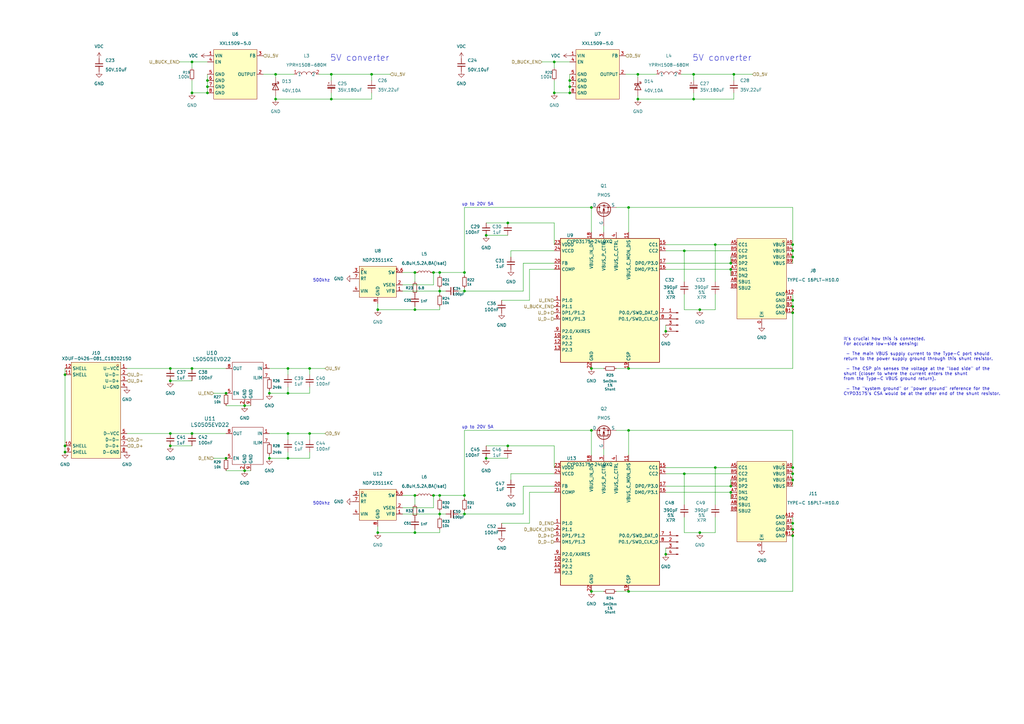
<source format=kicad_sch>
(kicad_sch (version 20250114) (generator "eeschema") (generator_version "9.0")
  (paper "A3")
  (text "up to 20V 5A" (at 202.438 175.26 0) (effects (font (size 1.27 1.27)) (justify right)))
  (text "5V converter" (at 296.164 23.876 0) (effects (font (size 2.54 2.54))))
  (text "up to 20V 5A" (at 202.438 83.82 0) (effects (font (size 1.27 1.27)) (justify right)))
  (text "500khz" (at 131.826 206.502 0) (effects (font (size 1.27 1.27))))
  (text "500khz" (at 131.826 115.062 0) (effects (font (size 1.27 1.27))))
  (text "5V converter" (at 147.574 23.876 0) (effects (font (size 2.54 2.54))))
  (text "It's crucial how this is connected.\nFor accurate low-side sensing:\n\n - The main VBUS supply current to the Type-C port should\nreturn to the power supply ground through this shunt resistor.\n\n - The CSP pin senses the voltage at the \"load side\" of the\nshunt (closer to where the current enters the shunt\nfrom the Type-C VBUS ground return).\n\n - The \"system ground\" or \"power ground\" reference for the\nCYPD3175's CSA would be at the other end of the shunt resistor." (at 345.948 150.368 0) (effects (font (size 1.27 1.27)) (justify left)))
  (junction (at 284.48 40.64))
  (junction (at 299.72 110.49))
  (junction (at 190.5 119.38))
  (junction (at 180.34 203.2))
  (junction (at 110.49 187.96))
  (junction (at 287.02 127))
  (junction (at 78.74 177.8))
  (junction (at 257.81 242.57))
  (junction (at 100.33 166.37))
  (junction (at 92.71 161.29))
  (junction (at 261.62 40.64))
  (junction (at 199.39 187.96))
  (junction (at 154.94 127))
  (junction (at 325.12 125.73))
  (junction (at 85.09 35.56))
  (junction (at 325.12 217.17))
  (junction (at 69.85 151.13))
  (junction (at 78.74 151.13))
  (junction (at 325.12 214.63))
  (junction (at 257.81 176.53))
  (junction (at 257.81 151.13))
  (junction (at 287.02 218.44))
  (junction (at 280.67 194.31))
  (junction (at 127 177.8))
  (junction (at 190.5 203.2))
  (junction (at 177.8 203.2))
  (junction (at 242.57 85.09))
  (junction (at 293.37 191.77))
  (junction (at 180.34 119.38))
  (junction (at 135.89 30.48))
  (junction (at 154.94 218.44))
  (junction (at 170.18 218.44))
  (junction (at 208.28 91.44))
  (junction (at 26.67 185.42))
  (junction (at 69.85 182.88))
  (junction (at 293.37 100.33))
  (junction (at 113.03 40.64))
  (junction (at 69.85 177.8))
  (junction (at 242.57 242.57))
  (junction (at 26.67 153.67))
  (junction (at 242.57 176.53))
  (junction (at 85.09 33.02))
  (junction (at 180.34 111.76))
  (junction (at 190.5 111.76))
  (junction (at 135.89 40.64))
  (junction (at 85.09 38.1))
  (junction (at 152.4 30.48))
  (junction (at 299.72 201.93))
  (junction (at 170.18 111.76))
  (junction (at 273.05 227.33))
  (junction (at 118.11 187.96))
  (junction (at 325.12 102.87))
  (junction (at 325.12 100.33))
  (junction (at 26.67 182.88))
  (junction (at 257.81 85.09))
  (junction (at 325.12 194.31))
  (junction (at 199.39 96.52))
  (junction (at 280.67 102.87))
  (junction (at 208.28 182.88))
  (junction (at 233.68 38.1))
  (junction (at 227.33 25.4))
  (junction (at 170.18 203.2))
  (junction (at 242.57 151.13))
  (junction (at 233.68 35.56))
  (junction (at 299.72 199.39))
  (junction (at 78.74 38.1))
  (junction (at 177.8 111.76))
  (junction (at 118.11 177.8))
  (junction (at 325.12 105.41))
  (junction (at 233.68 33.02))
  (junction (at 100.33 193.04))
  (junction (at 325.12 219.71))
  (junction (at 273.05 135.89))
  (junction (at 118.11 151.13))
  (junction (at 78.74 25.4))
  (junction (at 110.49 161.29))
  (junction (at 325.12 128.27))
  (junction (at 300.99 30.48))
  (junction (at 190.5 210.82))
  (junction (at 69.85 156.21))
  (junction (at 299.72 107.95))
  (junction (at 118.11 161.29))
  (junction (at 261.62 30.48))
  (junction (at 325.12 123.19))
  (junction (at 227.33 38.1))
  (junction (at 92.71 187.96))
  (junction (at 113.03 30.48))
  (junction (at 284.48 30.48))
  (junction (at 180.34 210.82))
  (junction (at 325.12 191.77))
  (junction (at 127 151.13))
  (junction (at 170.18 127))
  (junction (at 325.12 196.85))
  (wire (pts (xy 170.18 127) (xy 180.34 127)))
  (wire (pts (xy 273.05 110.49) (xy 299.72 110.49)))
  (wire (pts (xy 261.62 40.64) (xy 284.48 40.64)))
  (wire (pts (xy 52.07 177.8) (xy 69.85 177.8)))
  (wire (pts (xy 227.33 25.4) (xy 227.33 27.94)))
  (wire (pts (xy 135.89 40.64) (xy 135.89 38.1)))
  (wire (pts (xy 78.74 177.8) (xy 92.71 177.8)))
  (wire (pts (xy 300.99 30.48) (xy 308.61 30.48)))
  (wire (pts (xy 170.18 203.2) (xy 170.18 207.01)))
  (wire (pts (xy 242.57 176.53) (xy 242.57 186.69)))
  (wire (pts (xy 325.12 151.13) (xy 325.12 128.27)))
  (wire (pts (xy 284.48 40.64) (xy 284.48 38.1)))
  (wire (pts (xy 177.8 116.84) (xy 177.8 111.76)))
  (wire (pts (xy 252.73 176.53) (xy 257.81 176.53)))
  (wire (pts (xy 325.12 120.65) (xy 325.12 123.19)))
  (wire (pts (xy 242.57 151.13) (xy 247.65 151.13)))
  (wire (pts (xy 261.62 30.48) (xy 269.24 30.48)))
  (wire (pts (xy 133.35 151.13) (xy 127 151.13)))
  (wire (pts (xy 100.33 166.37) (xy 102.87 166.37)))
  (wire (pts (xy 177.8 208.28) (xy 177.8 203.2)))
  (wire (pts (xy 257.81 176.53) (xy 325.12 176.53)))
  (wire (pts (xy 190.5 119.38) (xy 187.96 119.38)))
  (wire (pts (xy 217.17 110.49) (xy 217.17 123.19)))
  (wire (pts (xy 227.33 38.1) (xy 227.33 33.02)))
  (wire (pts (xy 325.12 85.09) (xy 325.12 100.33)))
  (wire (pts (xy 69.85 151.13) (xy 78.74 151.13)))
  (wire (pts (xy 325.12 212.09) (xy 325.12 214.63)))
  (wire (pts (xy 299.72 201.93) (xy 299.72 204.47)))
  (wire (pts (xy 217.17 123.19) (xy 205.74 123.19)))
  (wire (pts (xy 87.63 161.29) (xy 92.71 161.29)))
  (wire (pts (xy 300.99 30.48) (xy 300.99 33.02)))
  (wire (pts (xy 133.35 177.8) (xy 127 177.8)))
  (wire (pts (xy 299.72 110.49) (xy 299.72 113.03)))
  (wire (pts (xy 273.05 107.95) (xy 299.72 107.95)))
  (wire (pts (xy 217.17 214.63) (xy 205.74 214.63)))
  (wire (pts (xy 154.94 124.46) (xy 154.94 127)))
  (wire (pts (xy 299.72 199.39) (xy 299.72 196.85)))
  (wire (pts (xy 190.5 119.38) (xy 214.63 119.38)))
  (wire (pts (xy 118.11 161.29) (xy 127 161.29)))
  (wire (pts (xy 300.99 40.64) (xy 300.99 38.1)))
  (wire (pts (xy 284.48 40.64) (xy 300.99 40.64)))
  (wire (pts (xy 152.4 30.48) (xy 152.4 33.02)))
  (wire (pts (xy 154.94 215.9) (xy 154.94 218.44)))
  (wire (pts (xy 78.74 38.1) (xy 85.09 38.1)))
  (wire (pts (xy 257.81 151.13) (xy 325.12 151.13)))
  (wire (pts (xy 127 158.75) (xy 127 161.29)))
  (wire (pts (xy 325.12 105.41) (xy 325.12 107.95)))
  (wire (pts (xy 154.94 218.44) (xy 170.18 218.44)))
  (wire (pts (xy 69.85 177.8) (xy 78.74 177.8)))
  (wire (pts (xy 227.33 91.44) (xy 227.33 100.33)))
  (wire (pts (xy 208.28 91.44) (xy 227.33 91.44)))
  (wire (pts (xy 199.39 96.52) (xy 208.28 96.52)))
  (wire (pts (xy 293.37 212.09) (xy 293.37 218.44)))
  (wire (pts (xy 130.81 30.48) (xy 135.89 30.48)))
  (wire (pts (xy 118.11 151.13) (xy 110.49 151.13)))
  (wire (pts (xy 190.5 209.55) (xy 190.5 210.82)))
  (wire (pts (xy 180.34 111.76) (xy 190.5 111.76)))
  (wire (pts (xy 113.03 30.48) (xy 120.65 30.48)))
  (wire (pts (xy 110.49 161.29) (xy 118.11 161.29)))
  (wire (pts (xy 190.5 113.03) (xy 190.5 111.76)))
  (wire (pts (xy 154.94 127) (xy 170.18 127)))
  (wire (pts (xy 208.28 182.88) (xy 227.33 182.88)))
  (wire (pts (xy 118.11 185.42) (xy 118.11 187.96)))
  (wire (pts (xy 280.67 194.31) (xy 280.67 207.01)))
  (wire (pts (xy 325.12 242.57) (xy 325.12 219.71)))
  (wire (pts (xy 222.25 25.4) (xy 227.33 25.4)))
  (wire (pts (xy 110.49 161.29) (xy 110.49 160.02)))
  (wire (pts (xy 190.5 85.09) (xy 242.57 85.09)))
  (wire (pts (xy 247.65 184.15) (xy 247.65 186.69)))
  (wire (pts (xy 190.5 118.11) (xy 190.5 119.38)))
  (wire (pts (xy 280.67 102.87) (xy 299.72 102.87)))
  (wire (pts (xy 100.33 193.04) (xy 102.87 193.04)))
  (wire (pts (xy 325.12 194.31) (xy 325.12 196.85)))
  (wire (pts (xy 180.34 127) (xy 180.34 125.73)))
  (wire (pts (xy 190.5 176.53) (xy 242.57 176.53)))
  (wire (pts (xy 135.89 30.48) (xy 152.4 30.48)))
  (wire (pts (xy 257.81 176.53) (xy 257.81 186.69)))
  (wire (pts (xy 252.73 242.57) (xy 257.81 242.57)))
  (wire (pts (xy 256.54 30.48) (xy 261.62 30.48)))
  (wire (pts (xy 87.63 187.96) (xy 92.71 187.96)))
  (wire (pts (xy 325.12 125.73) (xy 325.12 128.27)))
  (wire (pts (xy 69.85 156.21) (xy 78.74 156.21)))
  (wire (pts (xy 209.55 102.87) (xy 209.55 105.41)))
  (wire (pts (xy 261.62 40.64) (xy 261.62 39.37)))
  (wire (pts (xy 190.5 210.82) (xy 214.63 210.82)))
  (wire (pts (xy 233.68 35.56) (xy 233.68 33.02)))
  (wire (pts (xy 127 153.67) (xy 127 151.13)))
  (wire (pts (xy 325.12 217.17) (xy 325.12 219.71)))
  (wire (pts (xy 180.34 210.82) (xy 182.88 210.82)))
  (wire (pts (xy 273.05 194.31) (xy 280.67 194.31)))
  (wire (pts (xy 85.09 35.56) (xy 85.09 33.02)))
  (wire (pts (xy 26.67 182.88) (xy 26.67 185.42)))
  (wire (pts (xy 180.34 203.2) (xy 190.5 203.2)))
  (wire (pts (xy 214.63 210.82) (xy 214.63 199.39)))
  (wire (pts (xy 293.37 120.65) (xy 293.37 127)))
  (wire (pts (xy 279.4 30.48) (xy 284.48 30.48)))
  (wire (pts (xy 325.12 196.85) (xy 325.12 199.39)))
  (wire (pts (xy 252.73 151.13) (xy 257.81 151.13)))
  (wire (pts (xy 180.34 119.38) (xy 180.34 120.65)))
  (wire (pts (xy 227.33 182.88) (xy 227.33 191.77)))
  (wire (pts (xy 257.81 85.09) (xy 257.81 95.25)))
  (wire (pts (xy 280.67 212.09) (xy 280.67 218.44)))
  (wire (pts (xy 209.55 194.31) (xy 209.55 196.85)))
  (wire (pts (xy 26.67 153.67) (xy 26.67 182.88)))
  (wire (pts (xy 233.68 38.1) (xy 233.68 35.56)))
  (wire (pts (xy 273.05 199.39) (xy 299.72 199.39)))
  (wire (pts (xy 127 151.13) (xy 118.11 151.13)))
  (wire (pts (xy 170.18 218.44) (xy 170.18 217.17)))
  (wire (pts (xy 325.12 123.19) (xy 325.12 125.73)))
  (wire (pts (xy 199.39 182.88) (xy 208.28 182.88)))
  (wire (pts (xy 325.12 191.77) (xy 325.12 194.31)))
  (wire (pts (xy 293.37 100.33) (xy 293.37 115.57)))
  (wire (pts (xy 52.07 151.13) (xy 69.85 151.13)))
  (wire (pts (xy 325.12 102.87) (xy 325.12 105.41)))
  (wire (pts (xy 325.12 176.53) (xy 325.12 191.77)))
  (wire (pts (xy 118.11 187.96) (xy 127 187.96)))
  (wire (pts (xy 26.67 151.13) (xy 26.67 153.67)))
  (wire (pts (xy 127 177.8) (xy 118.11 177.8)))
  (wire (pts (xy 293.37 191.77) (xy 299.72 191.77)))
  (wire (pts (xy 170.18 111.76) (xy 170.18 115.57)))
  (wire (pts (xy 227.33 38.1) (xy 233.68 38.1)))
  (wire (pts (xy 180.34 111.76) (xy 180.34 113.03)))
  (wire (pts (xy 273.05 102.87) (xy 280.67 102.87)))
  (wire (pts (xy 118.11 180.34) (xy 118.11 177.8)))
  (wire (pts (xy 209.55 102.87) (xy 227.33 102.87)))
  (wire (pts (xy 214.63 119.38) (xy 214.63 107.95)))
  (wire (pts (xy 110.49 187.96) (xy 110.49 186.69)))
  (wire (pts (xy 190.5 203.2) (xy 190.5 176.53)))
  (wire (pts (xy 152.4 30.48) (xy 160.02 30.48)))
  (wire (pts (xy 233.68 30.48) (xy 233.68 33.02)))
  (wire (pts (xy 127 180.34) (xy 127 177.8)))
  (wire (pts (xy 284.48 30.48) (xy 300.99 30.48)))
  (wire (pts (xy 293.37 218.44) (xy 287.02 218.44)))
  (wire (pts (xy 180.34 118.11) (xy 180.34 119.38)))
  (wire (pts (xy 127 185.42) (xy 127 187.96)))
  (wire (pts (xy 180.34 218.44) (xy 180.34 217.17)))
  (wire (pts (xy 78.74 25.4) (xy 78.74 27.94)))
  (wire (pts (xy 273.05 201.93) (xy 299.72 201.93)))
  (wire (pts (xy 280.67 120.65) (xy 280.67 127)))
  (wire (pts (xy 170.18 127) (xy 170.18 125.73)))
  (wire (pts (xy 299.72 107.95) (xy 299.72 105.41)))
  (wire (pts (xy 165.1 210.82) (xy 180.34 210.82)))
  (wire (pts (xy 247.65 92.71) (xy 247.65 95.25)))
  (wire (pts (xy 113.03 31.75) (xy 113.03 30.48)))
  (wire (pts (xy 214.63 199.39) (xy 227.33 199.39)))
  (wire (pts (xy 252.73 85.09) (xy 257.81 85.09)))
  (wire (pts (xy 293.37 191.77) (xy 293.37 207.01)))
  (wire (pts (xy 190.5 111.76) (xy 190.5 85.09)))
  (wire (pts (xy 325.12 214.63) (xy 325.12 217.17)))
  (wire (pts (xy 78.74 38.1) (xy 78.74 33.02)))
  (wire (pts (xy 92.71 166.37) (xy 100.33 166.37)))
  (wire (pts (xy 273.05 224.79) (xy 273.05 227.33)))
  (wire (pts (xy 325.12 100.33) (xy 325.12 102.87)))
  (wire (pts (xy 190.5 204.47) (xy 190.5 203.2)))
  (wire (pts (xy 261.62 31.75) (xy 261.62 30.48)))
  (wire (pts (xy 85.09 30.48) (xy 85.09 33.02)))
  (wire (pts (xy 92.71 193.04) (xy 100.33 193.04)))
  (wire (pts (xy 280.67 218.44) (xy 287.02 218.44)))
  (wire (pts (xy 177.8 203.2) (xy 180.34 203.2)))
  (wire (pts (xy 227.33 25.4) (xy 233.68 25.4)))
  (wire (pts (xy 280.67 102.87) (xy 280.67 115.57)))
  (wire (pts (xy 110.49 187.96) (xy 118.11 187.96)))
  (wire (pts (xy 118.11 158.75) (xy 118.11 161.29)))
  (wire (pts (xy 190.5 210.82) (xy 187.96 210.82)))
  (wire (pts (xy 217.17 201.93) (xy 217.17 214.63)))
  (wire (pts (xy 118.11 153.67) (xy 118.11 151.13)))
  (wire (pts (xy 152.4 40.64) (xy 152.4 38.1)))
  (wire (pts (xy 113.03 40.64) (xy 135.89 40.64)))
  (wire (pts (xy 217.17 201.93) (xy 227.33 201.93)))
  (wire (pts (xy 280.67 127) (xy 287.02 127)))
  (wire (pts (xy 214.63 107.95) (xy 227.33 107.95)))
  (wire (pts (xy 165.1 116.84) (xy 177.8 116.84)))
  (wire (pts (xy 180.34 119.38) (xy 182.88 119.38)))
  (wire (pts (xy 78.74 25.4) (xy 85.09 25.4)))
  (wire (pts (xy 284.48 33.02) (xy 284.48 30.48)))
  (wire (pts (xy 209.55 194.31) (xy 227.33 194.31)))
  (wire (pts (xy 85.09 38.1) (xy 85.09 35.56)))
  (wire (pts (xy 165.1 111.76) (xy 170.18 111.76)))
  (wire (pts (xy 180.34 203.2) (xy 180.34 204.47)))
  (wire (pts (xy 113.03 40.64) (xy 113.03 39.37)))
  (wire (pts (xy 180.34 209.55) (xy 180.34 210.82)))
  (wire (pts (xy 107.95 30.48) (xy 113.03 30.48)))
  (wire (pts (xy 273.05 133.35) (xy 273.05 135.89)))
  (wire (pts (xy 273.05 191.77) (xy 293.37 191.77)))
  (wire (pts (xy 170.18 218.44) (xy 180.34 218.44)))
  (wire (pts (xy 78.74 151.13) (xy 92.71 151.13)))
  (wire (pts (xy 293.37 127) (xy 287.02 127)))
  (wire (pts (xy 165.1 208.28) (xy 177.8 208.28)))
  (wire (pts (xy 242.57 242.57) (xy 247.65 242.57)))
  (wire (pts (xy 242.57 85.09) (xy 242.57 95.25)))
  (wire (pts (xy 217.17 110.49) (xy 227.33 110.49)))
  (wire (pts (xy 257.81 242.57) (xy 325.12 242.57)))
  (wire (pts (xy 180.34 210.82) (xy 180.34 212.09)))
  (wire (pts (xy 280.67 194.31) (xy 299.72 194.31)))
  (wire (pts (xy 135.89 40.64) (xy 152.4 40.64)))
  (wire (pts (xy 118.11 177.8) (xy 110.49 177.8)))
  (wire (pts (xy 273.05 100.33) (xy 293.37 100.33)))
  (wire (pts (xy 135.89 33.02) (xy 135.89 30.48)))
  (wire (pts (xy 293.37 100.33) (xy 299.72 100.33)))
  (wire (pts (xy 73.66 25.4) (xy 78.74 25.4)))
  (wire (pts (xy 257.81 85.09) (xy 325.12 85.09)))
  (wire (pts (xy 69.85 182.88) (xy 78.74 182.88)))
  (wire (pts (xy 165.1 203.2) (xy 170.18 203.2)))
  (wire (pts (xy 199.39 187.96) (xy 208.28 187.96)))
  (wire (pts (xy 165.1 119.38) (xy 180.34 119.38)))
  (wire (pts (xy 177.8 111.76) (xy 180.34 111.76)))
  (wire (pts (xy 199.39 91.44) (xy 208.28 91.44)))
  (hierarchical_label "D_5V" (shape input) (at 256.54 22.86 0))
  (hierarchical_label "U_BUCK_EN" (shape input) (at 227.33 125.73 180))
  (hierarchical_label "U_D+" (shape input) (at 227.33 128.27 180))
  (hierarchical_label "U_EN" (shape input) (at 87.63 161.29 180))
  (hierarchical_label "U_BUCK_EN" (shape input) (at 73.66 25.4 180))
  (hierarchical_label "D_D-" (shape input) (at 227.33 222.25 180))
  (hierarchical_label "U_EN" (shape input) (at 227.33 123.19 180))
  (hierarchical_label "D_EN" (shape input) (at 227.33 214.63 180))
  (hierarchical_label "D_D+" (shape input) (at 52.07 182.88 0))
  (hierarchical_label "U_D-" (shape input) (at 227.33 130.81 180))
  (hierarchical_label "D_BUCK_EN" (shape input) (at 227.33 217.17 180))
  (hierarchical_label "U_D+" (shape input) (at 52.07 156.21 0))
  (hierarchical_label "D_D+" (shape input) (at 227.33 219.71 180))
  (hierarchical_label "U_5V" (shape input) (at 107.95 22.86 0))
  (hierarchical_label "D_D-" (shape input) (at 52.07 180.34 0))
  (hierarchical_label "D_5V" (shape input) (at 308.61 30.48 0))
  (hierarchical_label "D_BUCK_EN" (shape input) (at 222.25 25.4 180))
  (hierarchical_label "U_5V" (shape input) (at 160.02 30.48 0))
  (hierarchical_label "U_D-" (shape input) (at 52.07 153.67 0))
  (hierarchical_label "D_5V" (shape input) (at 133.35 177.8 0))
  (hierarchical_label "D_EN" (shape input) (at 87.63 187.96 180))
  (hierarchical_label "U_5V" (shape input) (at 133.35 151.13 0))
  (symbol (lib_id "power:GND") (at 199.39 96.52 0) (unit 1)
    (property "Reference" "#PWR063" (effects (hide yes)))
    (property "Value" "GND" (at 199.39 101.6 0))
    (property "Description" "Power symbol creates a global label with name \"GND\" , ground" (effects (hide yes)))
  )
  (symbol (lib_id "power:GND") (at 199.39 187.96 0) (unit 1)
    (property "Reference" "#PWR080" (effects (hide yes)))
    (property "Value" "GND" (at 199.39 193.04 0))
    (property "Description" "Power symbol creates a global label with name \"GND\" , ground" (effects (hide yes)))
  )
  (symbol (lib_id "misc:CYPD3175-24LQXQ") (at 250.19 123.19 0) (unit 1)
    (property "Reference" "U9" (at 232.41 96.52 0) (effects (justify left)))
    (property "Value" "CYPD3175-24LQXQ" (at 232.41 99.06 0) (effects (justify left)))
    (property "Footprint" "Package_DFN_QFN:QFN-24-1EP_4x4mm_P0.5mm_EP2.75x2.75mm" (effects (hide yes)))
    (property "Datasheet" "https://www.infineon.com/dgdl/Infineon-EZ-PD(TM)_CCG3PA_Datasheet_USB_Type-C_Port_Controller-DataSheet-v09_00-EN.pdf?fileId=8ac78c8c7d0d8da4017d0ee438366ac0" (effects (hide yes)))
    (property "Description" "USB Type-C port controller, Cortex®-M0 processor, DFP CC with direct feedback bootloader, QFN-24" (effects (hide yes)))
  )
  (symbol (lib_id "Device:C_Small") (at 185.42 210.82 90) (unit 1)
    (property "Reference" "C50" (at 188.976 209.804 90) (effects (font (size 1.016 1.016)) (justify left)))
    (property "Value" "100pF" (at 190.5 212.09 90) (effects (font (size 1.016 1.016)) (justify left)))
    (property "Footprint" "Capacitor_SMD:C_0201_0603Metric_Pad0.64x0.40mm_HandSolder" (effects (hide yes)))
    (property "Description" "Unpolarized capacitor, small symbol" (effects (hide yes)))
  )
  (symbol (lib_id "power:VDC") (at 40.64 24.13 0) (unit 1)
    (property "Reference" "#PWR055" (effects (hide yes)))
    (property "Value" "VDC" (at 40.64 19.05 0))
    (property "Description" "Power symbol creates a global label with name \"VDC\"" (effects (hide yes)))
  )
  (symbol (lib_id "Simulation_SPICE:PMOS") (at 247.65 87.63 90) (unit 1)
    (property "Reference" "Q1" (at 247.65 76.2 90))
    (property "Value" "PMOS" (at 247.65 80.01 90))
    (property "Footprint" "easyeda2kicad:PDFN-8_L5.2-W5.9-P1.27-LS6.2-BL" (effects (hide yes)))
    (property "Datasheet" "https://ngspice.sourceforge.io/docs/ngspice-html-manual/manual.xhtml#cha_MOSFETs" (effects (hide yes)))
    (property "Description" "P-MOSFET transistor, drain/source/gate" (effects (hide yes)))
    (property "Sim.Device" "PMOS" (effects (hide yes)))
    (property "Sim.Type" "VDMOS" (effects (hide yes)))
    (property "Sim.Pins" "1=D 2=G 3=S" (effects (hide yes)))
  )
  (symbol (lib_id "power:GND") (at 209.55 201.93 0) (unit 1)
    (property "Reference" "#PWR082" (effects (hide yes)))
    (property "Value" "GND" (at 209.55 207.01 0))
    (property "Description" "Power symbol creates a global label with name \"GND\" , ground" (effects (hide yes)))
  )
  (symbol (lib_id "easyeda2kicad:XDUF-0426-081_C18202150") (at 39.37 161.29 0) (mirror y) (unit 1)
    (property "Reference" "J10" (at 39.37 144.78 0))
    (property "Value" "XDUF-0426-081_C18202150" (at 39.624 147.066 0))
    (property "Footprint" "easyeda2kicad:USB-A-TH_XDUF-0426-081" (effects (hide yes)))
    (property "LCSC Part" "C18202150" (effects (hide yes)))
  )
  (symbol (lib_id "Device:R_Small") (at 170.18 209.55 0) (unit 1)
    (property "Reference" "R32" (at 166.37 209.55 0) (effects (font (size 1.016 1.016)) (justify left)))
    (property "Value" "6.8" (at 171.45 209.55 0) (effects (font (size 1.016 1.016)) (justify left)))
    (property "Footprint" "Resistor_SMD:R_0402_1005Metric_Pad0.72x0.64mm_HandSolder" (effects (hide yes)))
    (property "Description" "Resistor, small symbol" (effects (hide yes)))
  )
  (symbol (lib_id "power:GND") (at 69.85 182.88 0) (unit 1)
    (property "Reference" "#PWR076" (effects (hide yes)))
    (property "Value" "GND" (at 69.85 187.96 0))
    (property "Description" "Power symbol creates a global label with name \"GND\" , ground" (effects (hide yes)))
  )
  (symbol (lib_id "power:VDC") (at 233.68 22.86 90) (unit 1)
    (property "Reference" "#PWR054" (effects (hide yes)))
    (property "Value" "VDC" (at 229.87 22.8599 90) (effects (justify left)))
    (property "Description" "Power symbol creates a global label with name \"VDC\"" (effects (hide yes)))
  )
  (symbol (lib_id "power:GND") (at 287.02 127 0) (unit 1)
    (property "Reference" "#PWR067" (effects (hide yes)))
    (property "Value" "GND" (at 287.02 132.08 0))
    (property "Description" "Power symbol creates a global label with name \"GND\" , ground" (effects (hide yes)))
  )
  (symbol (lib_id "Device:C_Polarized_Small") (at 284.48 35.56 0) (unit 1)
    (property "Reference" "C27" (at 287.02 34.29 0) (effects (justify left)))
    (property "Value" "35V,180uF" (at 287.02 36.9188 0) (effects (justify left)))
    (property "Footprint" "Capacitor_THT:CP_Radial_D8.0mm_P5.00mm" (effects (hide yes)))
    (property "Description" "Polarized capacitor, small symbol" (effects (hide yes)))
  )
  (symbol (lib_id "Device:C_Small") (at 300.99 35.56 0) (unit 1)
    (property "Reference" "C28" (at 303.53 33.02 0) (effects (justify left)))
    (property "Value" "35V,22uF" (at 303.53 36.83 0) (effects (justify left)))
    (property "Footprint" "Capacitor_SMD:C_0805_2012Metric_Pad1.18x1.45mm_HandSolder" (effects (hide yes)))
    (property "Description" "Unpolarized capacitor, small symbol" (effects (hide yes)))
  )
  (symbol (lib_id "power:GND") (at 40.64 29.21 0) (unit 1)
    (property "Reference" "#PWR057" (effects (hide yes)))
    (property "Value" "GND" (at 40.64 34.29 0))
    (property "Description" "Power symbol creates a global label with name \"GND\" , ground" (effects (hide yes)))
  )
  (symbol (lib_id "Device:R_Small") (at 92.71 163.83 0) (mirror y) (unit 1)
    (property "Reference" "R27" (at 90.678 162.8141 0) (effects (font (size 1.016 1.016)) (justify left)))
    (property "Value" "10k" (at 90.678 164.846 0) (effects (font (size 1.016 1.016)) (justify left)))
    (property "Footprint" "Resistor_SMD:R_0402_1005Metric_Pad0.72x0.64mm_HandSolder" (effects (hide yes)))
    (property "Description" "Resistor, small symbol" (effects (hide yes)))
  )
  (symbol (lib_id "power:GND") (at 209.55 110.49 0) (unit 1)
    (property "Reference" "#PWR064" (effects (hide yes)))
    (property "Value" "GND" (at 209.55 115.57 0))
    (property "Description" "Power symbol creates a global label with name \"GND\" , ground" (effects (hide yes)))
  )
  (symbol (lib_id "power:VDC") (at 85.09 22.86 90) (unit 1)
    (property "Reference" "#PWR053" (effects (hide yes)))
    (property "Value" "VDC" (at 81.28 22.8599 90) (effects (justify left)))
    (property "Description" "Power symbol creates a global label with name \"VDC\"" (effects (hide yes)))
  )
  (symbol (lib_id "Device:C_Small") (at 152.4 35.56 0) (unit 1)
    (property "Reference" "C26" (at 154.94 33.02 0) (effects (justify left)))
    (property "Value" "35V,22uF" (at 154.94 36.83 0) (effects (justify left)))
    (property "Footprint" "Capacitor_SMD:C_0805_2012Metric_Pad1.18x1.45mm_HandSolder" (effects (hide yes)))
    (property "Description" "Unpolarized capacitor, small symbol" (effects (hide yes)))
  )
  (symbol (lib_id "Device:C_Small") (at 205.74 125.73 0) (mirror y) (unit 1)
    (property "Reference" "C36" (at 199.644 124.46 0) (effects (justify right)))
    (property "Value" "100nF" (at 198.628 127 0) (effects (justify right)))
    (property "Footprint" "Capacitor_SMD:C_0201_0603Metric_Pad0.64x0.40mm_HandSolder" (effects (hide yes)))
    (property "Description" "Unpolarized capacitor, small symbol" (effects (hide yes)))
  )
  (symbol (lib_id "power:GND") (at 242.57 242.57 0) (unit 1)
    (property "Reference" "#PWR089" (effects (hide yes)))
    (property "Value" "GND" (at 242.57 247.65 0))
    (property "Description" "Power symbol creates a global label with name \"GND\" , ground" (effects (hide yes)))
  )
  (symbol (lib_id "Device:R_Small") (at 227.33 30.48 180) (unit 1)
    (property "Reference" "R20" (at 225.044 29.718 0) (effects (font (size 1.016 1.016))))
    (property "Value" "100k" (at 224.028 31.496 0))
    (property "Footprint" "Resistor_SMD:R_0402_1005Metric_Pad0.72x0.64mm_HandSolder" (effects (hide yes)))
    (property "Description" "Resistor, small symbol" (effects (hide yes)))
  )
  (symbol (lib_id "Device:R_Small") (at 180.34 123.19 0) (unit 1)
    (property "Reference" "R24" (at 181.356 122.428 0) (effects (font (size 1.016 1.016)) (justify left)))
    (property "Value" "10k" (at 181.356 124.206 0) (effects (font (size 1.016 1.016)) (justify left)))
    (property "Footprint" "Resistor_SMD:R_0402_1005Metric_Pad0.72x0.64mm_HandSolder" (effects (hide yes)))
    (property "Description" "Resistor, small symbol" (effects (hide yes)))
  )
  (symbol (lib_id "Device:R_Small") (at 110.49 157.48 0) (unit 1)
    (property "Reference" "R26" (at 111.76 156.21 0) (effects (font (size 1.016 1.016)) (justify left)))
    (property "Value" "249k" (at 111.76 158.877 0) (effects (font (size 1.016 1.016)) (justify left)))
    (property "Footprint" "Resistor_SMD:R_0402_1005Metric_Pad0.72x0.64mm_HandSolder" (effects (hide yes)))
    (property "Description" "Resistor, small symbol" (effects (hide yes)))
  )
  (symbol (lib_id "Device:C_Polarized_Small") (at 135.89 35.56 0) (unit 1)
    (property "Reference" "C25" (at 138.43 34.29 0) (effects (justify left)))
    (property "Value" "35V,180uF" (at 138.43 36.9188 0) (effects (justify left)))
    (property "Footprint" "Capacitor_THT:CP_Radial_D8.0mm_P5.00mm" (effects (hide yes)))
    (property "Description" "Polarized capacitor, small symbol" (effects (hide yes)))
  )
  (symbol (lib_id "Device:C_Small") (at 118.11 156.21 180) (unit 1)
    (property "Reference" "C39" (at 120.65 155.194 0) (effects (justify right)))
    (property "Value" "1uF" (at 120.65 157.48 0) (effects (justify right)))
    (property "Footprint" "Capacitor_SMD:C_0402_1005Metric_Pad0.74x0.62mm_HandSolder" (effects (hide yes)))
    (property "Description" "Unpolarized capacitor, small symbol" (effects (hide yes)))
  )
  (symbol (lib_id "easyeda2kicad:YPRH1508-680M") (at 125.73 30.48 0) (unit 1)
    (property "Reference" "L3" (at 125.73 22.86 0))
    (property "Value" "YPRH1508-680M" (at 125.73 26.67 0))
    (property "Footprint" "easyeda2kicad:IND-SMD_L15.0-W15.0" (effects (hide yes)))
    (property "LCSC Part" "C970544" (effects (hide yes)))
  )
  (symbol (lib_id "power:GND") (at 273.05 227.33 0) (mirror y) (unit 1)
    (property "Reference" "#PWR088" (effects (hide yes)))
    (property "Value" "GND" (at 273.05 232.41 0))
    (property "Description" "Power symbol creates a global label with name \"GND\" , ground" (effects (hide yes)))
  )
  (symbol (lib_id "Device:C_Small") (at 199.39 185.42 0) (mirror x) (unit 1)
    (property "Reference" "C45" (at 196.85 184.404 0) (effects (justify right)))
    (property "Value" "100nF" (at 196.85 186.69 0) (effects (justify right)))
    (property "Footprint" "Capacitor_SMD:C_0201_0603Metric_Pad0.64x0.40mm_HandSolder" (effects (hide yes)))
    (property "Description" "Unpolarized capacitor, small symbol" (effects (hide yes)))
  )
  (symbol (lib_id "EasyEDA:XXL1509-5.0") (at 245.11 30.48 0) (mirror y) (unit 1)
    (property "Reference" "U7" (at 245.11 13.97 0))
    (property "Value" "XXL1509-5.0" (at 245.11 17.78 0))
    (property "Footprint" "easyeda2kicad:SOIC-8_L4.9-W3.9-P1.27-LS6.0-BL" (effects (hide yes)))
    (property "LCSC Part" "C42376977" (effects (hide yes)))
  )
  (symbol (lib_id "Device:C_Small") (at 293.37 209.55 0) (mirror y) (unit 1)
    (property "Reference" "C49" (at 289.306 206.248 0) (effects (justify left)))
    (property "Value" "390pF\n5%\nX7R" (at 290.83 211.328 0) (effects (justify left)))
    (property "Footprint" "Capacitor_SMD:C_0603_1608Metric_Pad1.08x0.95mm_HandSolder" (effects (hide yes)))
    (property "Description" "Unpolarized capacitor, small symbol" (effects (hide yes)))
  )
  (symbol (lib_id "power:GND") (at 205.74 219.71 0) (unit 1)
    (property "Reference" "#PWR086" (effects (hide yes)))
    (property "Value" "GND" (at 205.74 224.79 0))
    (property "Description" "Power symbol creates a global label with name \"GND\" , ground" (effects (hide yes)))
  )
  (symbol (lib_id "easyeda2kicad:YPRH1508-680M") (at 274.32 30.48 0) (unit 1)
    (property "Reference" "L4" (at 274.32 22.86 0))
    (property "Value" "YPRH1508-680M" (at 274.32 26.67 0))
    (property "Footprint" "easyeda2kicad:IND-SMD_L15.0-W15.0" (effects (hide yes)))
    (property "LCSC Part" "C970544" (effects (hide yes)))
  )
  (symbol (lib_id "Device:D_Schottky") (at 261.62 35.56 270) (unit 1)
    (property "Reference" "D14" (at 264.16 33.3374 90) (effects (justify left)))
    (property "Value" "40V,10A" (at 264.16 37.1474 90) (effects (justify left)))
    (property "Footprint" "Diode_SMD:D_SMB_Handsoldering" (effects (hide yes)))
    (property "Description" "Schottky diode" (effects (hide yes)))
  )
  (symbol (lib_id "Device:C_Small") (at 185.42 119.38 90) (unit 1)
    (property "Reference" "C34" (at 188.976 118.364 90) (effects (font (size 1.016 1.016)) (justify left)))
    (property "Value" "100pF" (at 190.5 120.65 90) (effects (font (size 1.016 1.016)) (justify left)))
    (property "Footprint" "Capacitor_SMD:C_0201_0603Metric_Pad0.64x0.40mm_HandSolder" (effects (hide yes)))
    (property "Description" "Unpolarized capacitor, small symbol" (effects (hide yes)))
  )
  (symbol (lib_id "power:GND") (at 52.07 158.75 0) (mirror y) (unit 1)
    (property "Reference" "#PWR073" (effects (hide yes)))
    (property "Value" "GND" (at 52.07 163.83 0))
    (property "Description" "Power symbol creates a global label with name \"GND\" , ground" (effects (hide yes)))
  )
  (symbol (lib_id "LS0505EVD22:LS0505EVD22") (at 115.57 177.8 0) (mirror y) (unit 1)
    (property "Reference" "U11" (at 86.106 171.704 0) (effects (font (size 1.524 1.524))))
    (property "Value" "LS0505EVD22" (at 86.106 174.244 0) (effects (font (size 1.524 1.524))))
    (property "Footprint" "LS0505EVD22:LS0505EVD22_LTF" (effects (hide yes)))
    (property "Datasheet" "LS0505EVD22" (effects (hide yes)))
  )
  (symbol (lib_id "power:GND") (at 205.74 128.27 0) (unit 1)
    (property "Reference" "#PWR068" (effects (hide yes)))
    (property "Value" "GND" (at 205.74 133.35 0))
    (property "Description" "Power symbol creates a global label with name \"GND\" , ground" (effects (hide yes)))
  )
  (symbol (lib_id "Device:C_Small") (at 69.85 180.34 180) (unit 1)
    (property "Reference" "C41" (at 72.39 179.324 0) (effects (justify right)))
    (property "Value" "1uF" (at 72.39 181.61 0) (effects (justify right)))
    (property "Footprint" "Capacitor_SMD:C_0402_1005Metric_Pad0.74x0.62mm_HandSolder" (effects (hide yes)))
    (property "Description" "Unpolarized capacitor, small symbol" (effects (hide yes)))
  )
  (symbol (lib_id "power:VDC") (at 189.23 24.13 0) (unit 1)
    (property "Reference" "#PWR056" (effects (hide yes)))
    (property "Value" "VDC" (at 189.23 19.05 0))
    (property "Description" "Power symbol creates a global label with name \"VDC\"" (effects (hide yes)))
  )
  (symbol (lib_id "easyeda2kicad:NDP23511KC") (at 154.94 207.01 0) (unit 1)
    (property "Reference" "U12" (at 154.94 194.31 0))
    (property "Value" "NDP23511KC" (at 154.94 198.12 0))
    (property "Footprint" "easyeda2kicad:SOP-8_L4.9-W3.9-P1.27-LS6.0-BL" (effects (hide yes)))
    (property "LCSC Part" "C17702285" (effects (hide yes)))
  )
  (symbol (lib_id "Device:C_Small") (at 118.11 182.88 180) (unit 1)
    (property "Reference" "C43" (at 120.65 181.864 0) (effects (justify right)))
    (property "Value" "1uF" (at 120.65 184.15 0) (effects (justify right)))
    (property "Footprint" "Capacitor_SMD:C_0402_1005Metric_Pad0.74x0.62mm_HandSolder" (effects (hide yes)))
    (property "Description" "Unpolarized capacitor, small symbol" (effects (hide yes)))
  )
  (symbol (lib_id "Device:C_Small") (at 208.28 93.98 0) (mirror x) (unit 1)
    (property "Reference" "C30" (at 205.74 92.964 0) (effects (justify right)))
    (property "Value" "1uF" (at 205.74 95.25 0) (effects (justify right)))
    (property "Footprint" "Capacitor_SMD:C_0402_1005Metric_Pad0.74x0.62mm_HandSolder" (effects (hide yes)))
    (property "Description" "Unpolarized capacitor, small symbol" (effects (hide yes)))
  )
  (symbol (lib_id "power:GND") (at 78.74 38.1 0) (mirror y) (unit 1)
    (property "Reference" "#PWR059" (effects (hide yes)))
    (property "Value" "GND" (at 78.74 43.18 0))
    (property "Description" "Power symbol creates a global label with name \"GND\" , ground" (effects (hide yes)))
  )
  (symbol (lib_id "power:GND") (at 154.94 127 0) (unit 1)
    (property "Reference" "#PWR066" (effects (hide yes)))
    (property "Value" "GND" (at 154.94 132.08 0))
    (property "Description" "Power symbol creates a global label with name \"GND\" , ground" (effects (hide yes)))
  )
  (symbol (lib_id "power:GND") (at 242.57 151.13 0) (unit 1)
    (property "Reference" "#PWR071" (effects (hide yes)))
    (property "Value" "GND" (at 242.57 156.21 0))
    (property "Description" "Power symbol creates a global label with name \"GND\" , ground" (effects (hide yes)))
  )
  (symbol (lib_id "misc:CYPD3175-24LQXQ") (at 250.19 214.63 0) (unit 1)
    (property "Reference" "U13" (at 232.41 187.96 0) (effects (justify left)))
    (property "Value" "CYPD3175-24LQXQ" (at 232.41 190.5 0) (effects (justify left)))
    (property "Footprint" "Package_DFN_QFN:QFN-24-1EP_4x4mm_P0.5mm_EP2.75x2.75mm" (effects (hide yes)))
    (property "Datasheet" "https://www.infineon.com/dgdl/Infineon-EZ-PD(TM)_CCG3PA_Datasheet_USB_Type-C_Port_Controller-DataSheet-v09_00-EN.pdf?fileId=8ac78c8c7d0d8da4017d0ee438366ac0" (effects (hide yes)))
    (property "Description" "USB Type-C port controller, Cortex®-M0 processor, DFP CC with direct feedback bootloader, QFN-24" (effects (hide yes)))
  )
  (symbol (lib_id "Device:D_Schottky") (at 113.03 35.56 270) (unit 1)
    (property "Reference" "D13" (at 115.57 33.3374 90) (effects (justify left)))
    (property "Value" "40V,10A" (at 115.57 37.1474 90) (effects (justify left)))
    (property "Footprint" "Diode_SMD:D_SMB_Handsoldering" (effects (hide yes)))
    (property "Description" "Schottky diode" (effects (hide yes)))
  )
  (symbol (lib_id "Device:R_Small") (at 78.74 30.48 180) (unit 1)
    (property "Reference" "R19" (at 76.454 29.718 0) (effects (font (size 1.016 1.016))))
    (property "Value" "100k" (at 75.438 31.496 0))
    (property "Footprint" "Resistor_SMD:R_0402_1005Metric_Pad0.72x0.64mm_HandSolder" (effects (hide yes)))
    (property "Description" "Resistor, small symbol" (effects (hide yes)))
  )
  (symbol (lib_id "power:GND") (at 110.49 161.29 0) (mirror y) (unit 1)
    (property "Reference" "#PWR074" (effects (hide yes)))
    (property "Value" "GND" (at 110.49 166.37 0))
    (property "Description" "Power symbol creates a global label with name \"GND\" , ground" (effects (hide yes)))
  )
  (symbol (lib_id "Device:R_Small") (at 190.5 115.57 0) (unit 1)
    (property "Reference" "R22" (at 191.516 114.808 0) (effects (font (size 1.016 1.016)) (justify left)))
    (property "Value" "1k" (at 191.516 116.586 0) (effects (font (size 1.016 1.016)) (justify left)))
    (property "Footprint" "Resistor_SMD:R_0402_1005Metric_Pad0.72x0.64mm_HandSolder" (effects (hide yes)))
    (property "Description" "Resistor, small symbol" (effects (hide yes)))
  )
  (symbol (lib_id "Device:C_Small") (at 280.67 118.11 0) (mirror y) (unit 1)
    (property "Reference" "C32" (at 276.606 114.808 0) (effects (justify left)))
    (property "Value" "390pF\n5%\nX7R" (at 278.13 119.888 0) (effects (justify left)))
    (property "Footprint" "Capacitor_SMD:C_0603_1608Metric_Pad1.08x0.95mm_HandSolder" (effects (hide yes)))
    (property "Description" "Unpolarized capacitor, small symbol" (effects (hide yes)))
  )
  (symbol (lib_id "power:GND") (at 154.94 218.44 0) (unit 1)
    (property "Reference" "#PWR084" (effects (hide yes)))
    (property "Value" "GND" (at 154.94 223.52 0))
    (property "Description" "Power symbol creates a global label with name \"GND\" , ground" (effects (hide yes)))
  )
  (symbol (lib_id "power:GND") (at 189.23 29.21 0) (unit 1)
    (property "Reference" "#PWR058" (effects (hide yes)))
    (property "Value" "GND" (at 189.23 34.29 0))
    (property "Description" "Power symbol creates a global label with name \"GND\" , ground" (effects (hide yes)))
  )
  (symbol (lib_id "power:GND") (at 100.33 166.37 0) (mirror y) (unit 1)
    (property "Reference" "#PWR075" (effects (hide yes)))
    (property "Value" "GND" (at 100.33 171.45 0))
    (property "Description" "Power symbol creates a global label with name \"GND\" , ground" (effects (hide yes)))
  )
  (symbol (lib_id "power:GND") (at 52.07 185.42 0) (mirror y) (unit 1)
    (property "Reference" "#PWR078" (effects (hide yes)))
    (property "Value" "GND" (at 52.07 190.5 0))
    (property "Description" "Power symbol creates a global label with name \"GND\" , ground" (effects (hide yes)))
  )
  (symbol (lib_id "Device:R_Small") (at 180.34 115.57 0) (unit 1)
    (property "Reference" "R21" (at 181.356 114.808 0) (effects (font (size 1.016 1.016)) (justify left)))
    (property "Value" "40k" (at 181.356 116.586 0) (effects (font (size 1.016 1.016)) (justify left)))
    (property "Footprint" "Resistor_SMD:R_0603_1608Metric_Pad0.98x0.95mm_HandSolder" (effects (hide yes)))
    (property "Description" "Resistor, small symbol" (effects (hide yes)))
  )
  (symbol (lib_id "Device:R_Small") (at 92.71 190.5 0) (mirror y) (unit 1)
    (property "Reference" "R29" (at 90.678 189.4841 0) (effects (font (size 1.016 1.016)) (justify left)))
    (property "Value" "10k" (at 90.678 191.516 0) (effects (font (size 1.016 1.016)) (justify left)))
    (property "Footprint" "Resistor_SMD:R_0402_1005Metric_Pad0.72x0.64mm_HandSolder" (effects (hide yes)))
    (property "Description" "Resistor, small symbol" (effects (hide yes)))
  )
  (symbol (lib_id "power:GND") (at 144.78 205.74 270) (unit 1)
    (property "Reference" "#PWR083" (effects (hide yes)))
    (property "Value" "GND" (at 140.97 205.7399 90) (effects (justify right)))
    (property "Description" "Power symbol creates a global label with name \"GND\" , ground" (effects (hide yes)))
  )
  (symbol (lib_id "Device:R_Small") (at 180.34 214.63 0) (unit 1)
    (property "Reference" "R33" (at 181.356 213.868 0) (effects (font (size 1.016 1.016)) (justify left)))
    (property "Value" "10k" (at 181.356 215.646 0) (effects (font (size 1.016 1.016)) (justify left)))
    (property "Footprint" "Resistor_SMD:R_0402_1005Metric_Pad0.72x0.64mm_HandSolder" (effects (hide yes)))
    (property "Description" "Resistor, small symbol" (effects (hide yes)))
  )
  (symbol (lib_id "Device:C_Small") (at 40.64 26.67 0) (unit 1)
    (property "Reference" "C23" (at 43.18 24.7712 0) (effects (justify left)))
    (property "Value" "50V,10uF" (at 43.18 28.5812 0) (effects (justify left)))
    (property "Footprint" "Capacitor_SMD:C_1206_3216Metric_Pad1.33x1.80mm_HandSolder" (effects (hide yes)))
    (property "Description" "Unpolarized capacitor, small symbol" (effects (hide yes)))
  )
  (symbol (lib_id "Device:C_Small") (at 209.55 107.95 0) (mirror x) (unit 1)
    (property "Reference" "C31" (at 207.01 106.934 0) (effects (justify right)))
    (property "Value" "1uF" (at 207.01 109.22 0) (effects (justify right)))
    (property "Footprint" "Capacitor_SMD:C_0402_1005Metric_Pad0.74x0.62mm_HandSolder" (effects (hide yes)))
    (property "Description" "Unpolarized capacitor, small symbol" (effects (hide yes)))
  )
  (symbol (lib_id "Device:C_Small") (at 78.74 153.67 180) (unit 1)
    (property "Reference" "C38" (at 81.28 152.654 0) (effects (justify right)))
    (property "Value" "100nF" (at 81.28 154.94 0) (effects (justify right)))
    (property "Footprint" "Capacitor_SMD:C_0201_0603Metric_Pad0.64x0.40mm_HandSolder" (effects (hide yes)))
    (property "Description" "Unpolarized capacitor, small symbol" (effects (hide yes)))
  )
  (symbol (lib_id "Device:C_Small") (at 293.37 118.11 0) (mirror y) (unit 1)
    (property "Reference" "C33" (at 289.306 114.808 0) (effects (justify left)))
    (property "Value" "390pF\n5%\nX7R" (at 290.83 119.888 0) (effects (justify left)))
    (property "Footprint" "Capacitor_SMD:C_0603_1608Metric_Pad1.08x0.95mm_HandSolder" (effects (hide yes)))
    (property "Description" "Unpolarized capacitor, small symbol" (effects (hide yes)))
  )
  (symbol (lib_id "Device:C_Small") (at 69.85 153.67 180) (unit 1)
    (property "Reference" "C37" (at 72.39 152.654 0) (effects (justify right)))
    (property "Value" "1uF" (at 72.39 154.94 0) (effects (justify right)))
    (property "Footprint" "Capacitor_SMD:C_0402_1005Metric_Pad0.74x0.62mm_HandSolder" (effects (hide yes)))
    (property "Description" "Unpolarized capacitor, small symbol" (effects (hide yes)))
  )
  (symbol (lib_id "EasyEDA:TYPE-C16PLT-H10.0") (at 312.42 115.57 0) (mirror y) (unit 1)
    (property "Reference" "J8" (at 333.502 110.998 0))
    (property "Value" "TYPE-C 16PLT-H10.0" (at 333.502 114.808 0))
    (property "Footprint" "easyeda2kicad:TYPE-C-SMD_USB4120-03-C" (effects (hide yes)))
    (property "LCSC Part" "C3151749" (effects (hide yes)))
  )
  (symbol (lib_id "Device:R_Small") (at 180.34 207.01 0) (unit 1)
    (property "Reference" "R30" (at 181.356 206.248 0) (effects (font (size 1.016 1.016)) (justify left)))
    (property "Value" "40k" (at 181.356 208.026 0) (effects (font (size 1.016 1.016)) (justify left)))
    (property "Footprint" "Resistor_SMD:R_0603_1608Metric_Pad0.98x0.95mm_HandSolder" (effects (hide yes)))
    (property "Description" "Resistor, small symbol" (effects (hide yes)))
  )
  (symbol (lib_id "Device:C_Small") (at 170.18 214.63 0) (unit 1)
    (property "Reference" "C51" (at 165.608 214.63 0) (effects (font (size 1.016 1.016)) (justify left)))
    (property "Value" "1nF" (at 172.466 214.884 0) (effects (font (size 1.016 1.016)) (justify left)))
    (property "Footprint" "Capacitor_SMD:C_0201_0603Metric_Pad0.64x0.40mm_HandSolder" (effects (hide yes)))
    (property "Description" "Unpolarized capacitor, small symbol" (effects (hide yes)))
  )
  (symbol (lib_id "Device:C_Small") (at 280.67 209.55 0) (mirror y) (unit 1)
    (property "Reference" "C48" (at 276.606 206.248 0) (effects (justify left)))
    (property "Value" "390pF\n5%\nX7R" (at 278.13 211.328 0) (effects (justify left)))
    (property "Footprint" "Capacitor_SMD:C_0603_1608Metric_Pad1.08x0.95mm_HandSolder" (effects (hide yes)))
    (property "Description" "Unpolarized capacitor, small symbol" (effects (hide yes)))
  )
  (symbol (lib_id "Device:C_Small") (at 127 182.88 180) (unit 1)
    (property "Reference" "C44" (at 129.54 181.864 0) (effects (justify right)))
    (property "Value" "100nF" (at 129.54 184.15 0) (effects (justify right)))
    (property "Footprint" "Capacitor_SMD:C_0201_0603Metric_Pad0.64x0.40mm_HandSolder" (effects (hide yes)))
    (property "Description" "Unpolarized capacitor, small symbol" (effects (hide yes)))
  )
  (symbol (lib_id "Device:R_Small") (at 110.49 184.15 0) (unit 1)
    (property "Reference" "R28" (at 111.76 182.88 0) (effects (font (size 1.016 1.016)) (justify left)))
    (property "Value" "249k" (at 111.76 185.547 0) (effects (font (size 1.016 1.016)) (justify left)))
    (property "Footprint" "Resistor_SMD:R_0402_1005Metric_Pad0.72x0.64mm_HandSolder" (effects (hide yes)))
    (property "Description" "Resistor, small symbol" (effects (hide yes)))
  )
  (symbol (lib_id "LS0505EVD22:LS0505EVD22") (at 115.57 151.13 0) (mirror y) (unit 1)
    (property "Reference" "U10" (at 86.868 144.78 0) (effects (font (size 1.524 1.524))))
    (property "Value" "LS0505EVD22" (at 86.868 147.32 0) (effects (font (size 1.524 1.524))))
    (property "Footprint" "LS0505EVD22:LS0505EVD22_LTF" (effects (hide yes)))
    (property "Datasheet" "LS0505EVD22" (effects (hide yes)))
  )
  (symbol (lib_id "Device:L") (at 173.99 111.76 90) (unit 1)
    (property "Reference" "L5" (at 173.99 104.14 90))
    (property "Value" "6.8uH,5.2A,8A(Isat)" (at 173.99 107.95 90))
    (property "Footprint" "easyeda2kicad:IND-SMD_L8.0-W8.0-1" (effects (hide yes)))
    (property "Description" "Inductor" (effects (hide yes)))
  )
  (symbol (lib_id "EasyEDA:XXL1509-5.0") (at 96.52 30.48 0) (mirror y) (unit 1)
    (property "Reference" "U6" (at 96.52 13.97 0))
    (property "Value" "XXL1509-5.0" (at 96.52 17.78 0))
    (property "Footprint" "easyeda2kicad:SOIC-8_L4.9-W3.9-P1.27-LS6.0-BL" (effects (hide yes)))
    (property "LCSC Part" "C42376977" (effects (hide yes)))
  )
  (symbol (lib_id "Connector:Conn_01x04_Pin") (at 278.13 222.25 0) (mirror y) (unit 1)
    (property "Reference" "J12" (effects (hide yes)))
    (property "Value" "Conn_01x04_Pin" (effects (hide yes)))
    (property "Footprint" "Connector_PinHeader_2.54mm:PinHeader_2x02_P2.54mm_Vertical" (effects (hide yes)))
    (property "Description" "Generic connector, single row, 01x04, script generated" (effects (hide yes)))
  )
  (symbol (lib_id "Device:C_Small") (at 189.23 26.67 0) (unit 1)
    (property "Reference" "C24" (at 191.77 24.7712 0) (effects (justify left)))
    (property "Value" "50V,10uF" (at 191.77 28.5812 0) (effects (justify left)))
    (property "Footprint" "Capacitor_SMD:C_1206_3216Metric_Pad1.33x1.80mm_HandSolder" (effects (hide yes)))
    (property "Description" "Unpolarized capacitor, small symbol" (effects (hide yes)))
  )
  (symbol (lib_id "Device:C_Small") (at 208.28 185.42 0) (mirror x) (unit 1)
    (property "Reference" "C46" (at 205.74 184.404 0) (effects (justify right)))
    (property "Value" "1uF" (at 205.74 186.69 0) (effects (justify right)))
    (property "Footprint" "Capacitor_SMD:C_0402_1005Metric_Pad0.74x0.62mm_HandSolder" (effects (hide yes)))
    (property "Description" "Unpolarized capacitor, small symbol" (effects (hide yes)))
  )
  (symbol (lib_id "EasyEDA:TYPE-C16PLT-H10.0") (at 312.42 207.01 0) (mirror y) (unit 1)
    (property "Reference" "J11" (at 333.502 202.438 0))
    (property "Value" "TYPE-C 16PLT-H10.0" (at 333.502 206.248 0))
    (property "Footprint" "easyeda2kicad:TYPE-C-SMD_USB4120-03-C" (effects (hide yes)))
    (property "LCSC Part" "C3151749" (effects (hide yes)))
  )
  (symbol (lib_id "Connector:Conn_01x04_Pin") (at 278.13 130.81 0) (mirror y) (unit 1)
    (property "Reference" "J9" (effects (hide yes)))
    (property "Value" "Conn_01x04_Pin" (effects (hide yes)))
    (property "Footprint" "Connector_PinHeader_2.54mm:PinHeader_2x02_P2.54mm_Vertical" (effects (hide yes)))
    (property "Description" "Generic connector, single row, 01x04, script generated" (effects (hide yes)))
  )
  (symbol (lib_id "power:GND") (at 312.42 133.35 0) (mirror y) (unit 1)
    (property "Reference" "#PWR069" (effects (hide yes)))
    (property "Value" "GND" (at 312.42 138.43 0))
    (property "Description" "Power symbol creates a global label with name \"GND\" , ground" (effects (hide yes)))
  )
  (symbol (lib_id "Device:C_Small") (at 78.74 180.34 180) (unit 1)
    (property "Reference" "C42" (at 81.28 179.324 0) (effects (justify right)))
    (property "Value" "100nF" (at 81.28 181.61 0) (effects (justify right)))
    (property "Footprint" "Capacitor_SMD:C_0201_0603Metric_Pad0.64x0.40mm_HandSolder" (effects (hide yes)))
    (property "Description" "Unpolarized capacitor, small symbol" (effects (hide yes)))
  )
  (symbol (lib_id "Device:R_Small") (at 170.18 118.11 0) (unit 1)
    (property "Reference" "R23" (at 166.37 118.11 0) (effects (font (size 1.016 1.016)) (justify left)))
    (property "Value" "6.8" (at 171.45 118.11 0) (effects (font (size 1.016 1.016)) (justify left)))
    (property "Footprint" "Resistor_SMD:R_0402_1005Metric_Pad0.72x0.64mm_HandSolder" (effects (hide yes)))
    (property "Description" "Resistor, small symbol" (effects (hide yes)))
  )
  (symbol (lib_id "Device:R_Small") (at 250.19 242.57 270) (mirror x) (unit 1)
    (property "Reference" "R34" (at 250.19 245.364 90) (effects (font (size 1.016 1.016))))
    (property "Value" "5mOhm\n1%\nShunt" (at 250.19 249.428 90) (effects (font (size 1.016 1.016))))
    (property "Footprint" "Resistor_SMD:R_1206_3216Metric_Pad1.30x1.75mm_HandSolder" (effects (hide yes)))
    (property "Description" "Resistor, small symbol" (effects (hide yes)))
  )
  (symbol (lib_id "Device:R_Small") (at 250.19 151.13 270) (mirror x) (unit 1)
    (property "Reference" "R25" (at 250.19 153.924 90) (effects (font (size 1.016 1.016))))
    (property "Value" "5mOhm\n1%\nShunt" (at 250.19 157.988 90) (effects (font (size 1.016 1.016))))
    (property "Footprint" "Resistor_SMD:R_1206_3216Metric_Pad1.30x1.75mm_HandSolder" (effects (hide yes)))
    (property "Description" "Resistor, small symbol" (effects (hide yes)))
  )
  (symbol (lib_id "Simulation_SPICE:PMOS") (at 247.65 179.07 90) (unit 1)
    (property "Reference" "Q2" (at 247.65 167.64 90))
    (property "Value" "PMOS" (at 247.65 171.45 90))
    (property "Footprint" "easyeda2kicad:PDFN-8_L5.2-W5.9-P1.27-LS6.2-BL" (effects (hide yes)))
    (property "Datasheet" "https://ngspice.sourceforge.io/docs/ngspice-html-manual/manual.xhtml#cha_MOSFETs" (effects (hide yes)))
    (property "Description" "P-MOSFET transistor, drain/source/gate" (effects (hide yes)))
    (property "Sim.Device" "PMOS" (effects (hide yes)))
    (property "Sim.Type" "VDMOS" (effects (hide yes)))
    (property "Sim.Pins" "1=D 2=G 3=S" (effects (hide yes)))
  )
  (symbol (lib_id "power:GND") (at 113.03 40.64 0) (unit 1)
    (property "Reference" "#PWR061" (effects (hide yes)))
    (property "Value" "GND" (at 113.03 45.72 0))
    (property "Description" "Power symbol creates a global label with name \"GND\" , ground" (effects (hide yes)))
  )
  (symbol (lib_id "power:GND") (at 273.05 135.89 0) (mirror y) (unit 1)
    (property "Reference" "#PWR070" (effects (hide yes)))
    (property "Value" "GND" (at 273.05 140.97 0))
    (property "Description" "Power symbol creates a global label with name \"GND\" , ground" (effects (hide yes)))
  )
  (symbol (lib_id "Device:C_Small") (at 199.39 93.98 0) (mirror x) (unit 1)
    (property "Reference" "C29" (at 196.85 92.964 0) (effects (justify right)))
    (property "Value" "100nF" (at 196.85 95.25 0) (effects (justify right)))
    (property "Footprint" "Capacitor_SMD:C_0201_0603Metric_Pad0.64x0.40mm_HandSolder" (effects (hide yes)))
    (property "Description" "Unpolarized capacitor, small symbol" (effects (hide yes)))
  )
  (symbol (lib_id "power:GND") (at 110.49 187.96 0) (mirror y) (unit 1)
    (property "Reference" "#PWR079" (effects (hide yes)))
    (property "Value" "GND" (at 110.49 193.04 0))
    (property "Description" "Power symbol creates a global label with name \"GND\" , ground" (effects (hide yes)))
  )
  (symbol (lib_id "power:GND") (at 144.78 114.3 270) (unit 1)
    (property "Reference" "#PWR065" (effects (hide yes)))
    (property "Value" "GND" (at 140.97 114.2999 90) (effects (justify right)))
    (property "Description" "Power symbol creates a global label with name \"GND\" , ground" (effects (hide yes)))
  )
  (symbol (lib_id "power:GND") (at 287.02 218.44 0) (unit 1)
    (property "Reference" "#PWR085" (effects (hide yes)))
    (property "Value" "GND" (at 287.02 223.52 0))
    (property "Description" "Power symbol creates a global label with name \"GND\" , ground" (effects (hide yes)))
  )
  (symbol (lib_id "power:GND") (at 227.33 38.1 0) (mirror y) (unit 1)
    (property "Reference" "#PWR060" (effects (hide yes)))
    (property "Value" "GND" (at 227.33 43.18 0))
    (property "Description" "Power symbol creates a global label with name \"GND\" , ground" (effects (hide yes)))
  )
  (symbol (lib_id "power:GND") (at 312.42 224.79 0) (mirror y) (unit 1)
    (property "Reference" "#PWR087" (effects (hide yes)))
    (property "Value" "GND" (at 312.42 229.87 0))
    (property "Description" "Power symbol creates a global label with name \"GND\" , ground" (effects (hide yes)))
  )
  (symbol (lib_id "Device:L") (at 173.99 203.2 90) (unit 1)
    (property "Reference" "L6" (at 173.99 195.58 90))
    (property "Value" "6.8uH,5.2A,8A(Isat)" (at 173.99 199.39 90))
    (property "Footprint" "easyeda2kicad:IND-SMD_L8.0-W8.0-1" (effects (hide yes)))
    (property "Description" "Inductor" (effects (hide yes)))
  )
  (symbol (lib_id "Device:C_Small") (at 205.74 217.17 0) (mirror y) (unit 1)
    (property "Reference" "C52" (at 199.644 215.9 0) (effects (justify right)))
    (property "Value" "100nF" (at 198.628 218.44 0) (effects (justify right)))
    (property "Footprint" "Capacitor_SMD:C_0201_0603Metric_Pad0.64x0.40mm_HandSolder" (effects (hide yes)))
    (property "Description" "Unpolarized capacitor, small symbol" (effects (hide yes)))
  )
  (symbol (lib_id "Device:C_Small") (at 170.18 123.19 0) (unit 1)
    (property "Reference" "C35" (at 165.608 123.19 0) (effects (font (size 1.016 1.016)) (justify left)))
    (property "Value" "1nF" (at 172.466 123.444 0) (effects (font (size 1.016 1.016)) (justify left)))
    (property "Footprint" "Capacitor_SMD:C_0201_0603Metric_Pad0.64x0.40mm_HandSolder" (effects (hide yes)))
    (property "Description" "Unpolarized capacitor, small symbol" (effects (hide yes)))
  )
  (symbol (lib_id "easyeda2kicad:NDP23511KC") (at 154.94 115.57 0) (unit 1)
    (property "Reference" "U8" (at 154.94 102.87 0))
    (property "Value" "NDP23511KC" (at 154.94 106.68 0))
    (property "Footprint" "easyeda2kicad:SOP-8_L4.9-W3.9-P1.27-LS6.0-BL" (effects (hide yes)))
    (property "LCSC Part" "C17702285" (effects (hide yes)))
  )
  (symbol (lib_id "power:GND") (at 26.67 185.42 0) (mirror y) (unit 1)
    (property "Reference" "#PWR077" (effects (hide yes)))
    (property "Value" "GND" (at 26.67 190.5 0))
    (property "Description" "Power symbol creates a global label with name \"GND\" , ground" (effects (hide yes)))
  )
  (symbol (lib_id "Device:R_Small") (at 190.5 207.01 0) (unit 1)
    (property "Reference" "R31" (at 191.516 206.248 0) (effects (font (size 1.016 1.016)) (justify left)))
    (property "Value" "1k" (at 191.516 208.026 0) (effects (font (size 1.016 1.016)) (justify left)))
    (property "Footprint" "Resistor_SMD:R_0402_1005Metric_Pad0.72x0.64mm_HandSolder" (effects (hide yes)))
    (property "Description" "Resistor, small symbol" (effects (hide yes)))
  )
  (symbol (lib_id "power:GND") (at 261.62 40.64 0) (unit 1)
    (property "Reference" "#PWR062" (effects (hide yes)))
    (property "Value" "GND" (at 261.62 45.72 0))
    (property "Description" "Power symbol creates a global label with name \"GND\" , ground" (effects (hide yes)))
  )
  (symbol (lib_id "Device:C_Small") (at 209.55 199.39 0) (mirror x) (unit 1)
    (property "Reference" "C47" (at 207.01 198.374 0) (effects (justify right)))
    (property "Value" "1uF" (at 207.01 200.66 0) (effects (justify right)))
    (property "Footprint" "Capacitor_SMD:C_0402_1005Metric_Pad0.74x0.62mm_HandSolder" (effects (hide yes)))
    (property "Description" "Unpolarized capacitor, small symbol" (effects (hide yes)))
  )
  (symbol (lib_id "power:GND") (at 69.85 156.21 0) (unit 1)
    (property "Reference" "#PWR072" (effects (hide yes)))
    (property "Value" "GND" (at 69.85 161.29 0))
    (property "Description" "Power symbol creates a global label with name \"GND\" , ground" (effects (hide yes)))
  )
  (symbol (lib_id "Device:C_Small") (at 127 156.21 180) (unit 1)
    (property "Reference" "C40" (at 129.54 155.194 0) (effects (justify right)))
    (property "Value" "100nF" (at 129.54 157.48 0) (effects (justify right)))
    (property "Footprint" "Capacitor_SMD:C_0201_0603Metric_Pad0.64x0.40mm_HandSolder" (effects (hide yes)))
    (property "Description" "Unpolarized capacitor, small symbol" (effects (hide yes)))
  )
  (symbol (lib_id "power:GND") (at 100.33 193.04 0) (mirror y) (unit 1)
    (property "Reference" "#PWR081" (effects (hide yes)))
    (property "Value" "GND" (at 100.33 198.12 0))
    (property "Description" "Power symbol creates a global label with name \"GND\" , ground" (effects (hide yes)))
  )
)
</source>
